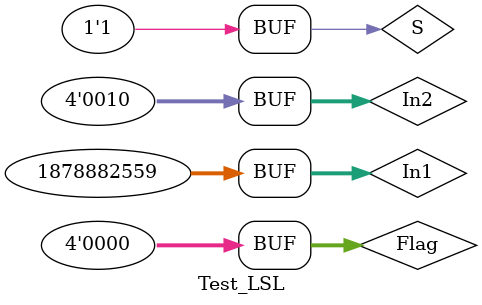
<source format=v>
module Test_LSL;	//[N, Z, C, V}]
reg [31:0] In1;
reg signed [3:0] In2;
reg S;
reg [3:0] Flag;
wire [31:0] Result;
wire [3:0] New_Flag;

initial
begin

In1=3; In2=1; Flag=4'b0000; S=1; 
#10 In1=6; In2=2; S=0; 
#10 In1=-6; In2=4; S=0;
#10 In1=32'b11111111111111111111111111111111; In2=9; S=1;
#10 In1=10; In2=13; S=1;
#10 In1=32'b01101111111111010111100011111111; In2=2; S=1;
end
initial
begin
$monitor($time, " In1.=%b, In2.=%b, Result=%b, Flag=%b, S=%b", In1, In2, Result, New_Flag, S);
end
LSL #(4) lsl(In1, In2, Result,Flag,S,New_Flag);

endmodule

//ADD add(In1, In2, Result,Flag,S,New_Flag);
</source>
